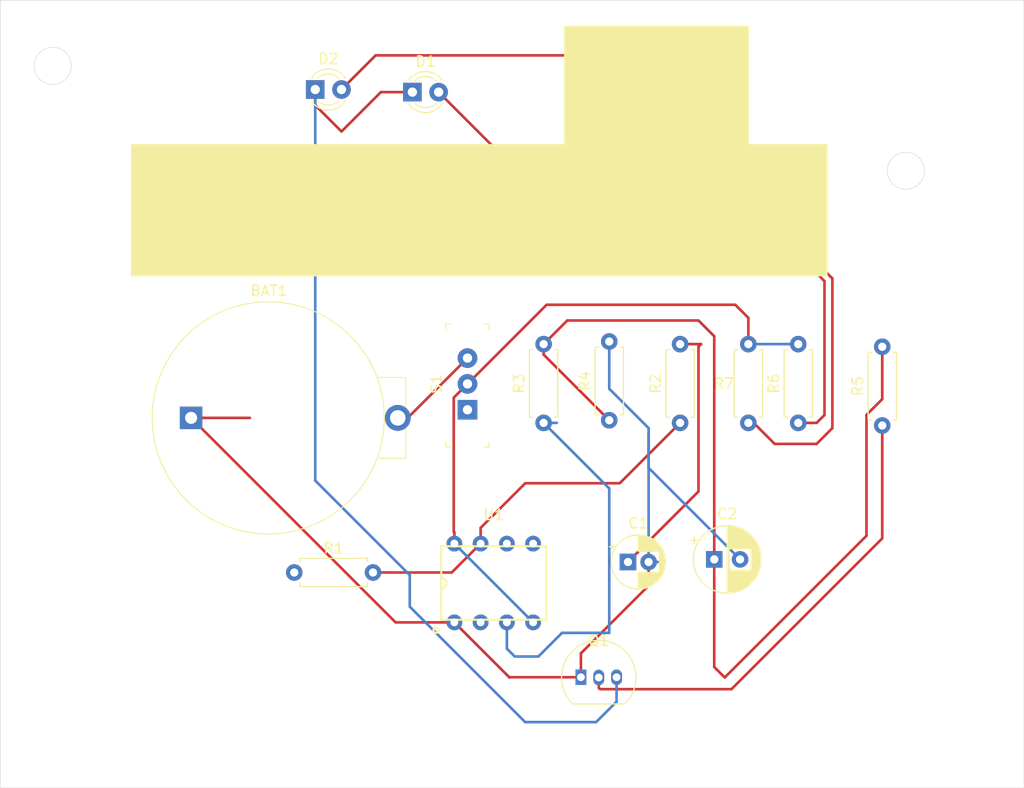
<source format=kicad_pcb>
(kicad_pcb (version 20171130) (host pcbnew 5.1.4+dfsg1-1)

  (general
    (thickness 1.6)
    (drawings 9)
    (tracks 91)
    (zones 0)
    (modules 15)
    (nets 17)
  )

  (page A4)
  (title_block
    (title "555 Badge")
    (date 2019-08-20)
    (rev v01)
    (company "Team Of Programmers, LLC.")
    (comment 2 creativecommons.org/licenses/by/4.0)
    (comment 3 "License: CC BY 4.0")
    (comment 4 "Author: Devon Dieffenbach (ShiftyBit)")
  )

  (layers
    (0 F.Cu signal)
    (31 B.Cu signal)
    (32 B.Adhes user hide)
    (33 F.Adhes user hide)
    (34 B.Paste user hide)
    (35 F.Paste user)
    (36 B.SilkS user hide)
    (37 F.SilkS user)
    (38 B.Mask user hide)
    (39 F.Mask user)
    (40 Dwgs.User user hide)
    (41 Cmts.User user hide)
    (42 Eco1.User user hide)
    (43 Eco2.User user hide)
    (44 Edge.Cuts user)
    (45 Margin user hide)
    (46 B.CrtYd user hide)
    (47 F.CrtYd user)
    (48 B.Fab user hide)
    (49 F.Fab user)
  )

  (setup
    (last_trace_width 0.254)
    (trace_clearance 0.254)
    (zone_clearance 0.508)
    (zone_45_only no)
    (trace_min 0.2)
    (via_size 0.762)
    (via_drill 0.381)
    (via_min_size 0.6858)
    (via_min_drill 0.3302)
    (uvia_size 0.6858)
    (uvia_drill 0.3302)
    (uvias_allowed no)
    (uvia_min_size 0.6858)
    (uvia_min_drill 0.3302)
    (edge_width 0.05)
    (segment_width 0.2)
    (pcb_text_width 0.3)
    (pcb_text_size 1.5 1.5)
    (mod_edge_width 0.12)
    (mod_text_size 1 1)
    (mod_text_width 0.15)
    (pad_size 1.524 1.524)
    (pad_drill 0.762)
    (pad_to_mask_clearance 0.051)
    (solder_mask_min_width 0.25)
    (aux_axis_origin 0 0)
    (visible_elements FFFFFF7F)
    (pcbplotparams
      (layerselection 0x010f0_ffffffff)
      (usegerberextensions true)
      (usegerberattributes false)
      (usegerberadvancedattributes false)
      (creategerberjobfile false)
      (excludeedgelayer true)
      (linewidth 0.100000)
      (plotframeref false)
      (viasonmask false)
      (mode 1)
      (useauxorigin false)
      (hpglpennumber 1)
      (hpglpenspeed 20)
      (hpglpendiameter 15.000000)
      (psnegative false)
      (psa4output false)
      (plotreference true)
      (plotvalue true)
      (plotinvisibletext false)
      (padsonsilk false)
      (subtractmaskfromsilk false)
      (outputformat 1)
      (mirror false)
      (drillshape 0)
      (scaleselection 1)
      (outputdirectory "drills"))
  )

  (net 0 "")
  (net 1 GND)
  (net 2 "Net-(BAT1-PadPos)")
  (net 3 "Net-(C1-Pad1)")
  (net 4 "Net-(C2-Pad1)")
  (net 5 "Net-(D1-Pad1)")
  (net 6 "Net-(D1-Pad2)")
  (net 7 "Net-(D2-Pad2)")
  (net 8 "Net-(Q1-Pad2)")
  (net 9 "Net-(R1-Pad1)")
  (net 10 "Net-(R1-Pad2)")
  (net 11 "Net-(R3-Pad1)")
  (net 12 VCC)
  (net 13 "Net-(S1-Pad1)")
  (net 14 "Net-(U1-Pad2)")
  (net 15 "Net-(U1-Pad5)")
  (net 16 "Net-(U1-Pad6)")

  (net_class Default "This is the default net class."
    (clearance 0.254)
    (trace_width 0.254)
    (via_dia 0.762)
    (via_drill 0.381)
    (uvia_dia 0.6858)
    (uvia_drill 0.3302)
    (add_net GND)
    (add_net "Net-(BAT1-PadPos)")
    (add_net "Net-(C1-Pad1)")
    (add_net "Net-(C2-Pad1)")
    (add_net "Net-(D1-Pad1)")
    (add_net "Net-(D1-Pad2)")
    (add_net "Net-(D2-Pad2)")
    (add_net "Net-(Q1-Pad2)")
    (add_net "Net-(R1-Pad1)")
    (add_net "Net-(R1-Pad2)")
    (add_net "Net-(R3-Pad1)")
    (add_net "Net-(S1-Pad1)")
    (add_net "Net-(U1-Pad2)")
    (add_net "Net-(U1-Pad5)")
    (add_net "Net-(U1-Pad6)")
    (add_net VCC)
  )

  (module hello_world:TO-92_Inline_fixed (layer F.Cu) (tedit 5D67E6E2) (tstamp 5D5CB998)
    (at 168.402 130.302)
    (descr "TO-92 leads in-line, narrow, oval pads, drill 0.75mm (see NXP sot054_po.pdf)")
    (tags "to-92 sc-43 sc-43a sot54 PA33 transistor")
    (path /5D5A4575)
    (fp_text reference Q1 (at 1.27 -3.56) (layer F.SilkS)
      (effects (font (size 1 1) (thickness 0.15)))
    )
    (fp_text value 2N3904 (at 1.27 2.79) (layer F.Fab)
      (effects (font (size 1 1) (thickness 0.15)))
    )
    (fp_text user %R (at 1.27 -3.56) (layer F.Fab)
      (effects (font (size 1 1) (thickness 0.15)))
    )
    (fp_line (start -1.24 2.56) (end 3.8 2.56) (layer F.SilkS) (width 0.12))
    (fp_line (start -1.19 2.46) (end 3.7 2.46) (layer F.Fab) (width 0.1))
    (fp_line (start -1.46 -2.73) (end 4 -2.73) (layer F.CrtYd) (width 0.05))
    (fp_line (start -1.46 -2.73) (end -1.46 2.01) (layer F.CrtYd) (width 0.05))
    (fp_line (start 4 2.01) (end 4 -2.73) (layer F.CrtYd) (width 0.05))
    (fp_line (start 4 2.01) (end -1.46 2.01) (layer F.CrtYd) (width 0.05))
    (fp_arc (start 1.27 0) (end 1.27 -3.48) (angle 135) (layer F.Fab) (width 0.1))
    (fp_arc (start 1.27 0) (end 1.27 -3.6) (angle -135) (layer F.SilkS) (width 0.12))
    (fp_arc (start 1.27 0) (end 1.27 -3.48) (angle -135) (layer F.Fab) (width 0.1))
    (fp_arc (start 1.27 0) (end 1.27 -3.6) (angle 135) (layer F.SilkS) (width 0.12))
    (pad 2 thru_hole oval (at 1.27 0) (size 1.05 1.5) (drill 0.75) (layers *.Cu *.Mask)
      (net 8 "Net-(Q1-Pad2)"))
    (pad 3 thru_hole oval (at 2.9972 -0.0254) (size 1.05 1.5) (drill 0.75) (layers *.Cu *.Mask)
      (net 5 "Net-(D1-Pad1)"))
    (pad 1 thru_hole rect (at -0.4572 -0.0254) (size 1.05 1.5) (drill 0.75) (layers *.Cu *.Mask)
      (net 1 GND))
    (model ${KISYS3DMOD}/Package_TO_SOT_THT.3dshapes/TO-92_Inline.wrl
      (at (xyz 0 0 0))
      (scale (xyz 1 1 1))
      (rotate (xyz 0 0 0))
    )
  )

  (module digikey-footprints:Battery_Holder_Coin_2032_BS-7 (layer F.Cu) (tedit 5ACD0859) (tstamp 5D5CA8BF)
    (at 130.225401 105.181001)
    (descr http://www.memoryprotectiondevices.com/datasheets/BS-7-datasheet.pdf)
    (path /5D5A9651)
    (fp_text reference BAT1 (at 7.52856 -12.3063) (layer F.SilkS)
      (effects (font (size 1 1) (thickness 0.15)))
    )
    (fp_text value BS-7 (at 7.4676 13.56) (layer F.Fab)
      (effects (font (size 1 1) (thickness 0.15)))
    )
    (fp_circle (center 7.4676 0) (end -3.7084 0) (layer F.Fab) (width 0.1))
    (fp_circle (center 7.4676 0) (end -3.7592 0) (layer F.SilkS) (width 0.1))
    (fp_text user %R (at 7.4676 0) (layer F.Fab)
      (effects (font (size 1 1) (thickness 0.15)))
    )
    (fp_line (start 17.9832 -3.81) (end 20.6756 -3.81) (layer F.Fab) (width 0.1))
    (fp_line (start 17.9832 3.81) (end 20.6756 3.81) (layer F.Fab) (width 0.1))
    (fp_line (start 20.6756 -3.81) (end 20.6756 3.81) (layer F.Fab) (width 0.1))
    (fp_line (start 18.034 -3.9116) (end 20.7772 -3.9116) (layer F.SilkS) (width 0.1))
    (fp_line (start 18.034 3.9116) (end 20.7772 3.9116) (layer F.SilkS) (width 0.1))
    (fp_line (start 20.7772 -3.9116) (end 20.7772 -1.0668) (layer F.SilkS) (width 0.1))
    (fp_line (start 20.7772 3.9116) (end 20.7772 1.0668) (layer F.SilkS) (width 0.1))
    (fp_line (start -3.9624 -11.43) (end -3.9624 11.43) (layer F.CrtYd) (width 0.05))
    (fp_line (start 21.5138 -11.43) (end 21.5138 11.43) (layer F.CrtYd) (width 0.05))
    (fp_line (start -3.9624 -11.43) (end 21.5138 -11.43) (layer F.CrtYd) (width 0.05))
    (fp_line (start -3.9624 11.43) (end 21.5138 11.43) (layer F.CrtYd) (width 0.05))
    (pad Pos thru_hole circle (at 20 0) (size 2.5 2.5) (drill 1.5) (layers *.Cu *.Mask)
      (net 2 "Net-(BAT1-PadPos)"))
    (pad Neg thru_hole rect (at 0 0) (size 2.17 2.17) (drill 1.17) (layers *.Cu *.Mask)
      (net 1 GND))
  )

  (module Capacitor_THT:CP_Radial_D5.0mm_P2.00mm (layer F.Cu) (tedit 5AE50EF0) (tstamp 5D5CA942)
    (at 172.498 119.126)
    (descr "CP, Radial series, Radial, pin pitch=2.00mm, , diameter=5mm, Electrolytic Capacitor")
    (tags "CP Radial series Radial pin pitch 2.00mm  diameter 5mm Electrolytic Capacitor")
    (path /5D59EEA1)
    (fp_text reference C1 (at 1 -3.75) (layer F.SilkS)
      (effects (font (size 1 1) (thickness 0.15)))
    )
    (fp_text value 10uF (at 1 3.75) (layer F.Fab)
      (effects (font (size 1 1) (thickness 0.15)))
    )
    (fp_text user %R (at 1 0) (layer F.Fab)
      (effects (font (size 1 1) (thickness 0.15)))
    )
    (fp_line (start -1.554775 -1.725) (end -1.554775 -1.225) (layer F.SilkS) (width 0.12))
    (fp_line (start -1.804775 -1.475) (end -1.304775 -1.475) (layer F.SilkS) (width 0.12))
    (fp_line (start 3.601 -0.284) (end 3.601 0.284) (layer F.SilkS) (width 0.12))
    (fp_line (start 3.561 -0.518) (end 3.561 0.518) (layer F.SilkS) (width 0.12))
    (fp_line (start 3.521 -0.677) (end 3.521 0.677) (layer F.SilkS) (width 0.12))
    (fp_line (start 3.481 -0.805) (end 3.481 0.805) (layer F.SilkS) (width 0.12))
    (fp_line (start 3.441 -0.915) (end 3.441 0.915) (layer F.SilkS) (width 0.12))
    (fp_line (start 3.401 -1.011) (end 3.401 1.011) (layer F.SilkS) (width 0.12))
    (fp_line (start 3.361 -1.098) (end 3.361 1.098) (layer F.SilkS) (width 0.12))
    (fp_line (start 3.321 -1.178) (end 3.321 1.178) (layer F.SilkS) (width 0.12))
    (fp_line (start 3.281 -1.251) (end 3.281 1.251) (layer F.SilkS) (width 0.12))
    (fp_line (start 3.241 -1.319) (end 3.241 1.319) (layer F.SilkS) (width 0.12))
    (fp_line (start 3.201 -1.383) (end 3.201 1.383) (layer F.SilkS) (width 0.12))
    (fp_line (start 3.161 -1.443) (end 3.161 1.443) (layer F.SilkS) (width 0.12))
    (fp_line (start 3.121 -1.5) (end 3.121 1.5) (layer F.SilkS) (width 0.12))
    (fp_line (start 3.081 -1.554) (end 3.081 1.554) (layer F.SilkS) (width 0.12))
    (fp_line (start 3.041 -1.605) (end 3.041 1.605) (layer F.SilkS) (width 0.12))
    (fp_line (start 3.001 1.04) (end 3.001 1.653) (layer F.SilkS) (width 0.12))
    (fp_line (start 3.001 -1.653) (end 3.001 -1.04) (layer F.SilkS) (width 0.12))
    (fp_line (start 2.961 1.04) (end 2.961 1.699) (layer F.SilkS) (width 0.12))
    (fp_line (start 2.961 -1.699) (end 2.961 -1.04) (layer F.SilkS) (width 0.12))
    (fp_line (start 2.921 1.04) (end 2.921 1.743) (layer F.SilkS) (width 0.12))
    (fp_line (start 2.921 -1.743) (end 2.921 -1.04) (layer F.SilkS) (width 0.12))
    (fp_line (start 2.881 1.04) (end 2.881 1.785) (layer F.SilkS) (width 0.12))
    (fp_line (start 2.881 -1.785) (end 2.881 -1.04) (layer F.SilkS) (width 0.12))
    (fp_line (start 2.841 1.04) (end 2.841 1.826) (layer F.SilkS) (width 0.12))
    (fp_line (start 2.841 -1.826) (end 2.841 -1.04) (layer F.SilkS) (width 0.12))
    (fp_line (start 2.801 1.04) (end 2.801 1.864) (layer F.SilkS) (width 0.12))
    (fp_line (start 2.801 -1.864) (end 2.801 -1.04) (layer F.SilkS) (width 0.12))
    (fp_line (start 2.761 1.04) (end 2.761 1.901) (layer F.SilkS) (width 0.12))
    (fp_line (start 2.761 -1.901) (end 2.761 -1.04) (layer F.SilkS) (width 0.12))
    (fp_line (start 2.721 1.04) (end 2.721 1.937) (layer F.SilkS) (width 0.12))
    (fp_line (start 2.721 -1.937) (end 2.721 -1.04) (layer F.SilkS) (width 0.12))
    (fp_line (start 2.681 1.04) (end 2.681 1.971) (layer F.SilkS) (width 0.12))
    (fp_line (start 2.681 -1.971) (end 2.681 -1.04) (layer F.SilkS) (width 0.12))
    (fp_line (start 2.641 1.04) (end 2.641 2.004) (layer F.SilkS) (width 0.12))
    (fp_line (start 2.641 -2.004) (end 2.641 -1.04) (layer F.SilkS) (width 0.12))
    (fp_line (start 2.601 1.04) (end 2.601 2.035) (layer F.SilkS) (width 0.12))
    (fp_line (start 2.601 -2.035) (end 2.601 -1.04) (layer F.SilkS) (width 0.12))
    (fp_line (start 2.561 1.04) (end 2.561 2.065) (layer F.SilkS) (width 0.12))
    (fp_line (start 2.561 -2.065) (end 2.561 -1.04) (layer F.SilkS) (width 0.12))
    (fp_line (start 2.521 1.04) (end 2.521 2.095) (layer F.SilkS) (width 0.12))
    (fp_line (start 2.521 -2.095) (end 2.521 -1.04) (layer F.SilkS) (width 0.12))
    (fp_line (start 2.481 1.04) (end 2.481 2.122) (layer F.SilkS) (width 0.12))
    (fp_line (start 2.481 -2.122) (end 2.481 -1.04) (layer F.SilkS) (width 0.12))
    (fp_line (start 2.441 1.04) (end 2.441 2.149) (layer F.SilkS) (width 0.12))
    (fp_line (start 2.441 -2.149) (end 2.441 -1.04) (layer F.SilkS) (width 0.12))
    (fp_line (start 2.401 1.04) (end 2.401 2.175) (layer F.SilkS) (width 0.12))
    (fp_line (start 2.401 -2.175) (end 2.401 -1.04) (layer F.SilkS) (width 0.12))
    (fp_line (start 2.361 1.04) (end 2.361 2.2) (layer F.SilkS) (width 0.12))
    (fp_line (start 2.361 -2.2) (end 2.361 -1.04) (layer F.SilkS) (width 0.12))
    (fp_line (start 2.321 1.04) (end 2.321 2.224) (layer F.SilkS) (width 0.12))
    (fp_line (start 2.321 -2.224) (end 2.321 -1.04) (layer F.SilkS) (width 0.12))
    (fp_line (start 2.281 1.04) (end 2.281 2.247) (layer F.SilkS) (width 0.12))
    (fp_line (start 2.281 -2.247) (end 2.281 -1.04) (layer F.SilkS) (width 0.12))
    (fp_line (start 2.241 1.04) (end 2.241 2.268) (layer F.SilkS) (width 0.12))
    (fp_line (start 2.241 -2.268) (end 2.241 -1.04) (layer F.SilkS) (width 0.12))
    (fp_line (start 2.201 1.04) (end 2.201 2.29) (layer F.SilkS) (width 0.12))
    (fp_line (start 2.201 -2.29) (end 2.201 -1.04) (layer F.SilkS) (width 0.12))
    (fp_line (start 2.161 1.04) (end 2.161 2.31) (layer F.SilkS) (width 0.12))
    (fp_line (start 2.161 -2.31) (end 2.161 -1.04) (layer F.SilkS) (width 0.12))
    (fp_line (start 2.121 1.04) (end 2.121 2.329) (layer F.SilkS) (width 0.12))
    (fp_line (start 2.121 -2.329) (end 2.121 -1.04) (layer F.SilkS) (width 0.12))
    (fp_line (start 2.081 1.04) (end 2.081 2.348) (layer F.SilkS) (width 0.12))
    (fp_line (start 2.081 -2.348) (end 2.081 -1.04) (layer F.SilkS) (width 0.12))
    (fp_line (start 2.041 1.04) (end 2.041 2.365) (layer F.SilkS) (width 0.12))
    (fp_line (start 2.041 -2.365) (end 2.041 -1.04) (layer F.SilkS) (width 0.12))
    (fp_line (start 2.001 1.04) (end 2.001 2.382) (layer F.SilkS) (width 0.12))
    (fp_line (start 2.001 -2.382) (end 2.001 -1.04) (layer F.SilkS) (width 0.12))
    (fp_line (start 1.961 1.04) (end 1.961 2.398) (layer F.SilkS) (width 0.12))
    (fp_line (start 1.961 -2.398) (end 1.961 -1.04) (layer F.SilkS) (width 0.12))
    (fp_line (start 1.921 1.04) (end 1.921 2.414) (layer F.SilkS) (width 0.12))
    (fp_line (start 1.921 -2.414) (end 1.921 -1.04) (layer F.SilkS) (width 0.12))
    (fp_line (start 1.881 1.04) (end 1.881 2.428) (layer F.SilkS) (width 0.12))
    (fp_line (start 1.881 -2.428) (end 1.881 -1.04) (layer F.SilkS) (width 0.12))
    (fp_line (start 1.841 1.04) (end 1.841 2.442) (layer F.SilkS) (width 0.12))
    (fp_line (start 1.841 -2.442) (end 1.841 -1.04) (layer F.SilkS) (width 0.12))
    (fp_line (start 1.801 1.04) (end 1.801 2.455) (layer F.SilkS) (width 0.12))
    (fp_line (start 1.801 -2.455) (end 1.801 -1.04) (layer F.SilkS) (width 0.12))
    (fp_line (start 1.761 1.04) (end 1.761 2.468) (layer F.SilkS) (width 0.12))
    (fp_line (start 1.761 -2.468) (end 1.761 -1.04) (layer F.SilkS) (width 0.12))
    (fp_line (start 1.721 1.04) (end 1.721 2.48) (layer F.SilkS) (width 0.12))
    (fp_line (start 1.721 -2.48) (end 1.721 -1.04) (layer F.SilkS) (width 0.12))
    (fp_line (start 1.68 1.04) (end 1.68 2.491) (layer F.SilkS) (width 0.12))
    (fp_line (start 1.68 -2.491) (end 1.68 -1.04) (layer F.SilkS) (width 0.12))
    (fp_line (start 1.64 1.04) (end 1.64 2.501) (layer F.SilkS) (width 0.12))
    (fp_line (start 1.64 -2.501) (end 1.64 -1.04) (layer F.SilkS) (width 0.12))
    (fp_line (start 1.6 1.04) (end 1.6 2.511) (layer F.SilkS) (width 0.12))
    (fp_line (start 1.6 -2.511) (end 1.6 -1.04) (layer F.SilkS) (width 0.12))
    (fp_line (start 1.56 1.04) (end 1.56 2.52) (layer F.SilkS) (width 0.12))
    (fp_line (start 1.56 -2.52) (end 1.56 -1.04) (layer F.SilkS) (width 0.12))
    (fp_line (start 1.52 1.04) (end 1.52 2.528) (layer F.SilkS) (width 0.12))
    (fp_line (start 1.52 -2.528) (end 1.52 -1.04) (layer F.SilkS) (width 0.12))
    (fp_line (start 1.48 1.04) (end 1.48 2.536) (layer F.SilkS) (width 0.12))
    (fp_line (start 1.48 -2.536) (end 1.48 -1.04) (layer F.SilkS) (width 0.12))
    (fp_line (start 1.44 1.04) (end 1.44 2.543) (layer F.SilkS) (width 0.12))
    (fp_line (start 1.44 -2.543) (end 1.44 -1.04) (layer F.SilkS) (width 0.12))
    (fp_line (start 1.4 1.04) (end 1.4 2.55) (layer F.SilkS) (width 0.12))
    (fp_line (start 1.4 -2.55) (end 1.4 -1.04) (layer F.SilkS) (width 0.12))
    (fp_line (start 1.36 1.04) (end 1.36 2.556) (layer F.SilkS) (width 0.12))
    (fp_line (start 1.36 -2.556) (end 1.36 -1.04) (layer F.SilkS) (width 0.12))
    (fp_line (start 1.32 1.04) (end 1.32 2.561) (layer F.SilkS) (width 0.12))
    (fp_line (start 1.32 -2.561) (end 1.32 -1.04) (layer F.SilkS) (width 0.12))
    (fp_line (start 1.28 1.04) (end 1.28 2.565) (layer F.SilkS) (width 0.12))
    (fp_line (start 1.28 -2.565) (end 1.28 -1.04) (layer F.SilkS) (width 0.12))
    (fp_line (start 1.24 1.04) (end 1.24 2.569) (layer F.SilkS) (width 0.12))
    (fp_line (start 1.24 -2.569) (end 1.24 -1.04) (layer F.SilkS) (width 0.12))
    (fp_line (start 1.2 1.04) (end 1.2 2.573) (layer F.SilkS) (width 0.12))
    (fp_line (start 1.2 -2.573) (end 1.2 -1.04) (layer F.SilkS) (width 0.12))
    (fp_line (start 1.16 1.04) (end 1.16 2.576) (layer F.SilkS) (width 0.12))
    (fp_line (start 1.16 -2.576) (end 1.16 -1.04) (layer F.SilkS) (width 0.12))
    (fp_line (start 1.12 1.04) (end 1.12 2.578) (layer F.SilkS) (width 0.12))
    (fp_line (start 1.12 -2.578) (end 1.12 -1.04) (layer F.SilkS) (width 0.12))
    (fp_line (start 1.08 1.04) (end 1.08 2.579) (layer F.SilkS) (width 0.12))
    (fp_line (start 1.08 -2.579) (end 1.08 -1.04) (layer F.SilkS) (width 0.12))
    (fp_line (start 1.04 -2.58) (end 1.04 -1.04) (layer F.SilkS) (width 0.12))
    (fp_line (start 1.04 1.04) (end 1.04 2.58) (layer F.SilkS) (width 0.12))
    (fp_line (start 1 -2.58) (end 1 -1.04) (layer F.SilkS) (width 0.12))
    (fp_line (start 1 1.04) (end 1 2.58) (layer F.SilkS) (width 0.12))
    (fp_line (start -0.883605 -1.3375) (end -0.883605 -0.8375) (layer F.Fab) (width 0.1))
    (fp_line (start -1.133605 -1.0875) (end -0.633605 -1.0875) (layer F.Fab) (width 0.1))
    (fp_circle (center 1 0) (end 3.75 0) (layer F.CrtYd) (width 0.05))
    (fp_circle (center 1 0) (end 3.62 0) (layer F.SilkS) (width 0.12))
    (fp_circle (center 1 0) (end 3.5 0) (layer F.Fab) (width 0.1))
    (pad 2 thru_hole circle (at 2 0) (size 1.6 1.6) (drill 0.8) (layers *.Cu *.Mask)
      (net 1 GND))
    (pad 1 thru_hole rect (at 0 0) (size 1.6 1.6) (drill 0.8) (layers *.Cu *.Mask)
      (net 3 "Net-(C1-Pad1)"))
    (model ${KISYS3DMOD}/Capacitor_THT.3dshapes/CP_Radial_D5.0mm_P2.00mm.wrl
      (at (xyz 0 0 0))
      (scale (xyz 1 1 1))
      (rotate (xyz 0 0 0))
    )
  )

  (module Capacitor_THT:CP_Radial_D6.3mm_P2.50mm (layer F.Cu) (tedit 5AE50EF0) (tstamp 5D5CB413)
    (at 180.848 118.872)
    (descr "CP, Radial series, Radial, pin pitch=2.50mm, , diameter=6.3mm, Electrolytic Capacitor")
    (tags "CP Radial series Radial pin pitch 2.50mm  diameter 6.3mm Electrolytic Capacitor")
    (path /5D59FB65)
    (fp_text reference C2 (at 1.25 -4.4) (layer F.SilkS)
      (effects (font (size 1 1) (thickness 0.15)))
    )
    (fp_text value 100uF (at 1.25 4.4) (layer F.Fab)
      (effects (font (size 1 1) (thickness 0.15)))
    )
    (fp_text user %R (at 1.25 0) (layer F.Fab)
      (effects (font (size 1 1) (thickness 0.15)))
    )
    (fp_line (start -1.935241 -2.154) (end -1.935241 -1.524) (layer F.SilkS) (width 0.12))
    (fp_line (start -2.250241 -1.839) (end -1.620241 -1.839) (layer F.SilkS) (width 0.12))
    (fp_line (start 4.491 -0.402) (end 4.491 0.402) (layer F.SilkS) (width 0.12))
    (fp_line (start 4.451 -0.633) (end 4.451 0.633) (layer F.SilkS) (width 0.12))
    (fp_line (start 4.411 -0.802) (end 4.411 0.802) (layer F.SilkS) (width 0.12))
    (fp_line (start 4.371 -0.94) (end 4.371 0.94) (layer F.SilkS) (width 0.12))
    (fp_line (start 4.331 -1.059) (end 4.331 1.059) (layer F.SilkS) (width 0.12))
    (fp_line (start 4.291 -1.165) (end 4.291 1.165) (layer F.SilkS) (width 0.12))
    (fp_line (start 4.251 -1.262) (end 4.251 1.262) (layer F.SilkS) (width 0.12))
    (fp_line (start 4.211 -1.35) (end 4.211 1.35) (layer F.SilkS) (width 0.12))
    (fp_line (start 4.171 -1.432) (end 4.171 1.432) (layer F.SilkS) (width 0.12))
    (fp_line (start 4.131 -1.509) (end 4.131 1.509) (layer F.SilkS) (width 0.12))
    (fp_line (start 4.091 -1.581) (end 4.091 1.581) (layer F.SilkS) (width 0.12))
    (fp_line (start 4.051 -1.65) (end 4.051 1.65) (layer F.SilkS) (width 0.12))
    (fp_line (start 4.011 -1.714) (end 4.011 1.714) (layer F.SilkS) (width 0.12))
    (fp_line (start 3.971 -1.776) (end 3.971 1.776) (layer F.SilkS) (width 0.12))
    (fp_line (start 3.931 -1.834) (end 3.931 1.834) (layer F.SilkS) (width 0.12))
    (fp_line (start 3.891 -1.89) (end 3.891 1.89) (layer F.SilkS) (width 0.12))
    (fp_line (start 3.851 -1.944) (end 3.851 1.944) (layer F.SilkS) (width 0.12))
    (fp_line (start 3.811 -1.995) (end 3.811 1.995) (layer F.SilkS) (width 0.12))
    (fp_line (start 3.771 -2.044) (end 3.771 2.044) (layer F.SilkS) (width 0.12))
    (fp_line (start 3.731 -2.092) (end 3.731 2.092) (layer F.SilkS) (width 0.12))
    (fp_line (start 3.691 -2.137) (end 3.691 2.137) (layer F.SilkS) (width 0.12))
    (fp_line (start 3.651 -2.182) (end 3.651 2.182) (layer F.SilkS) (width 0.12))
    (fp_line (start 3.611 -2.224) (end 3.611 2.224) (layer F.SilkS) (width 0.12))
    (fp_line (start 3.571 -2.265) (end 3.571 2.265) (layer F.SilkS) (width 0.12))
    (fp_line (start 3.531 1.04) (end 3.531 2.305) (layer F.SilkS) (width 0.12))
    (fp_line (start 3.531 -2.305) (end 3.531 -1.04) (layer F.SilkS) (width 0.12))
    (fp_line (start 3.491 1.04) (end 3.491 2.343) (layer F.SilkS) (width 0.12))
    (fp_line (start 3.491 -2.343) (end 3.491 -1.04) (layer F.SilkS) (width 0.12))
    (fp_line (start 3.451 1.04) (end 3.451 2.38) (layer F.SilkS) (width 0.12))
    (fp_line (start 3.451 -2.38) (end 3.451 -1.04) (layer F.SilkS) (width 0.12))
    (fp_line (start 3.411 1.04) (end 3.411 2.416) (layer F.SilkS) (width 0.12))
    (fp_line (start 3.411 -2.416) (end 3.411 -1.04) (layer F.SilkS) (width 0.12))
    (fp_line (start 3.371 1.04) (end 3.371 2.45) (layer F.SilkS) (width 0.12))
    (fp_line (start 3.371 -2.45) (end 3.371 -1.04) (layer F.SilkS) (width 0.12))
    (fp_line (start 3.331 1.04) (end 3.331 2.484) (layer F.SilkS) (width 0.12))
    (fp_line (start 3.331 -2.484) (end 3.331 -1.04) (layer F.SilkS) (width 0.12))
    (fp_line (start 3.291 1.04) (end 3.291 2.516) (layer F.SilkS) (width 0.12))
    (fp_line (start 3.291 -2.516) (end 3.291 -1.04) (layer F.SilkS) (width 0.12))
    (fp_line (start 3.251 1.04) (end 3.251 2.548) (layer F.SilkS) (width 0.12))
    (fp_line (start 3.251 -2.548) (end 3.251 -1.04) (layer F.SilkS) (width 0.12))
    (fp_line (start 3.211 1.04) (end 3.211 2.578) (layer F.SilkS) (width 0.12))
    (fp_line (start 3.211 -2.578) (end 3.211 -1.04) (layer F.SilkS) (width 0.12))
    (fp_line (start 3.171 1.04) (end 3.171 2.607) (layer F.SilkS) (width 0.12))
    (fp_line (start 3.171 -2.607) (end 3.171 -1.04) (layer F.SilkS) (width 0.12))
    (fp_line (start 3.131 1.04) (end 3.131 2.636) (layer F.SilkS) (width 0.12))
    (fp_line (start 3.131 -2.636) (end 3.131 -1.04) (layer F.SilkS) (width 0.12))
    (fp_line (start 3.091 1.04) (end 3.091 2.664) (layer F.SilkS) (width 0.12))
    (fp_line (start 3.091 -2.664) (end 3.091 -1.04) (layer F.SilkS) (width 0.12))
    (fp_line (start 3.051 1.04) (end 3.051 2.69) (layer F.SilkS) (width 0.12))
    (fp_line (start 3.051 -2.69) (end 3.051 -1.04) (layer F.SilkS) (width 0.12))
    (fp_line (start 3.011 1.04) (end 3.011 2.716) (layer F.SilkS) (width 0.12))
    (fp_line (start 3.011 -2.716) (end 3.011 -1.04) (layer F.SilkS) (width 0.12))
    (fp_line (start 2.971 1.04) (end 2.971 2.742) (layer F.SilkS) (width 0.12))
    (fp_line (start 2.971 -2.742) (end 2.971 -1.04) (layer F.SilkS) (width 0.12))
    (fp_line (start 2.931 1.04) (end 2.931 2.766) (layer F.SilkS) (width 0.12))
    (fp_line (start 2.931 -2.766) (end 2.931 -1.04) (layer F.SilkS) (width 0.12))
    (fp_line (start 2.891 1.04) (end 2.891 2.79) (layer F.SilkS) (width 0.12))
    (fp_line (start 2.891 -2.79) (end 2.891 -1.04) (layer F.SilkS) (width 0.12))
    (fp_line (start 2.851 1.04) (end 2.851 2.812) (layer F.SilkS) (width 0.12))
    (fp_line (start 2.851 -2.812) (end 2.851 -1.04) (layer F.SilkS) (width 0.12))
    (fp_line (start 2.811 1.04) (end 2.811 2.834) (layer F.SilkS) (width 0.12))
    (fp_line (start 2.811 -2.834) (end 2.811 -1.04) (layer F.SilkS) (width 0.12))
    (fp_line (start 2.771 1.04) (end 2.771 2.856) (layer F.SilkS) (width 0.12))
    (fp_line (start 2.771 -2.856) (end 2.771 -1.04) (layer F.SilkS) (width 0.12))
    (fp_line (start 2.731 1.04) (end 2.731 2.876) (layer F.SilkS) (width 0.12))
    (fp_line (start 2.731 -2.876) (end 2.731 -1.04) (layer F.SilkS) (width 0.12))
    (fp_line (start 2.691 1.04) (end 2.691 2.896) (layer F.SilkS) (width 0.12))
    (fp_line (start 2.691 -2.896) (end 2.691 -1.04) (layer F.SilkS) (width 0.12))
    (fp_line (start 2.651 1.04) (end 2.651 2.916) (layer F.SilkS) (width 0.12))
    (fp_line (start 2.651 -2.916) (end 2.651 -1.04) (layer F.SilkS) (width 0.12))
    (fp_line (start 2.611 1.04) (end 2.611 2.934) (layer F.SilkS) (width 0.12))
    (fp_line (start 2.611 -2.934) (end 2.611 -1.04) (layer F.SilkS) (width 0.12))
    (fp_line (start 2.571 1.04) (end 2.571 2.952) (layer F.SilkS) (width 0.12))
    (fp_line (start 2.571 -2.952) (end 2.571 -1.04) (layer F.SilkS) (width 0.12))
    (fp_line (start 2.531 1.04) (end 2.531 2.97) (layer F.SilkS) (width 0.12))
    (fp_line (start 2.531 -2.97) (end 2.531 -1.04) (layer F.SilkS) (width 0.12))
    (fp_line (start 2.491 1.04) (end 2.491 2.986) (layer F.SilkS) (width 0.12))
    (fp_line (start 2.491 -2.986) (end 2.491 -1.04) (layer F.SilkS) (width 0.12))
    (fp_line (start 2.451 1.04) (end 2.451 3.002) (layer F.SilkS) (width 0.12))
    (fp_line (start 2.451 -3.002) (end 2.451 -1.04) (layer F.SilkS) (width 0.12))
    (fp_line (start 2.411 1.04) (end 2.411 3.018) (layer F.SilkS) (width 0.12))
    (fp_line (start 2.411 -3.018) (end 2.411 -1.04) (layer F.SilkS) (width 0.12))
    (fp_line (start 2.371 1.04) (end 2.371 3.033) (layer F.SilkS) (width 0.12))
    (fp_line (start 2.371 -3.033) (end 2.371 -1.04) (layer F.SilkS) (width 0.12))
    (fp_line (start 2.331 1.04) (end 2.331 3.047) (layer F.SilkS) (width 0.12))
    (fp_line (start 2.331 -3.047) (end 2.331 -1.04) (layer F.SilkS) (width 0.12))
    (fp_line (start 2.291 1.04) (end 2.291 3.061) (layer F.SilkS) (width 0.12))
    (fp_line (start 2.291 -3.061) (end 2.291 -1.04) (layer F.SilkS) (width 0.12))
    (fp_line (start 2.251 1.04) (end 2.251 3.074) (layer F.SilkS) (width 0.12))
    (fp_line (start 2.251 -3.074) (end 2.251 -1.04) (layer F.SilkS) (width 0.12))
    (fp_line (start 2.211 1.04) (end 2.211 3.086) (layer F.SilkS) (width 0.12))
    (fp_line (start 2.211 -3.086) (end 2.211 -1.04) (layer F.SilkS) (width 0.12))
    (fp_line (start 2.171 1.04) (end 2.171 3.098) (layer F.SilkS) (width 0.12))
    (fp_line (start 2.171 -3.098) (end 2.171 -1.04) (layer F.SilkS) (width 0.12))
    (fp_line (start 2.131 1.04) (end 2.131 3.11) (layer F.SilkS) (width 0.12))
    (fp_line (start 2.131 -3.11) (end 2.131 -1.04) (layer F.SilkS) (width 0.12))
    (fp_line (start 2.091 1.04) (end 2.091 3.121) (layer F.SilkS) (width 0.12))
    (fp_line (start 2.091 -3.121) (end 2.091 -1.04) (layer F.SilkS) (width 0.12))
    (fp_line (start 2.051 1.04) (end 2.051 3.131) (layer F.SilkS) (width 0.12))
    (fp_line (start 2.051 -3.131) (end 2.051 -1.04) (layer F.SilkS) (width 0.12))
    (fp_line (start 2.011 1.04) (end 2.011 3.141) (layer F.SilkS) (width 0.12))
    (fp_line (start 2.011 -3.141) (end 2.011 -1.04) (layer F.SilkS) (width 0.12))
    (fp_line (start 1.971 1.04) (end 1.971 3.15) (layer F.SilkS) (width 0.12))
    (fp_line (start 1.971 -3.15) (end 1.971 -1.04) (layer F.SilkS) (width 0.12))
    (fp_line (start 1.93 1.04) (end 1.93 3.159) (layer F.SilkS) (width 0.12))
    (fp_line (start 1.93 -3.159) (end 1.93 -1.04) (layer F.SilkS) (width 0.12))
    (fp_line (start 1.89 1.04) (end 1.89 3.167) (layer F.SilkS) (width 0.12))
    (fp_line (start 1.89 -3.167) (end 1.89 -1.04) (layer F.SilkS) (width 0.12))
    (fp_line (start 1.85 1.04) (end 1.85 3.175) (layer F.SilkS) (width 0.12))
    (fp_line (start 1.85 -3.175) (end 1.85 -1.04) (layer F.SilkS) (width 0.12))
    (fp_line (start 1.81 1.04) (end 1.81 3.182) (layer F.SilkS) (width 0.12))
    (fp_line (start 1.81 -3.182) (end 1.81 -1.04) (layer F.SilkS) (width 0.12))
    (fp_line (start 1.77 1.04) (end 1.77 3.189) (layer F.SilkS) (width 0.12))
    (fp_line (start 1.77 -3.189) (end 1.77 -1.04) (layer F.SilkS) (width 0.12))
    (fp_line (start 1.73 1.04) (end 1.73 3.195) (layer F.SilkS) (width 0.12))
    (fp_line (start 1.73 -3.195) (end 1.73 -1.04) (layer F.SilkS) (width 0.12))
    (fp_line (start 1.69 1.04) (end 1.69 3.201) (layer F.SilkS) (width 0.12))
    (fp_line (start 1.69 -3.201) (end 1.69 -1.04) (layer F.SilkS) (width 0.12))
    (fp_line (start 1.65 1.04) (end 1.65 3.206) (layer F.SilkS) (width 0.12))
    (fp_line (start 1.65 -3.206) (end 1.65 -1.04) (layer F.SilkS) (width 0.12))
    (fp_line (start 1.61 1.04) (end 1.61 3.211) (layer F.SilkS) (width 0.12))
    (fp_line (start 1.61 -3.211) (end 1.61 -1.04) (layer F.SilkS) (width 0.12))
    (fp_line (start 1.57 1.04) (end 1.57 3.215) (layer F.SilkS) (width 0.12))
    (fp_line (start 1.57 -3.215) (end 1.57 -1.04) (layer F.SilkS) (width 0.12))
    (fp_line (start 1.53 1.04) (end 1.53 3.218) (layer F.SilkS) (width 0.12))
    (fp_line (start 1.53 -3.218) (end 1.53 -1.04) (layer F.SilkS) (width 0.12))
    (fp_line (start 1.49 1.04) (end 1.49 3.222) (layer F.SilkS) (width 0.12))
    (fp_line (start 1.49 -3.222) (end 1.49 -1.04) (layer F.SilkS) (width 0.12))
    (fp_line (start 1.45 -3.224) (end 1.45 3.224) (layer F.SilkS) (width 0.12))
    (fp_line (start 1.41 -3.227) (end 1.41 3.227) (layer F.SilkS) (width 0.12))
    (fp_line (start 1.37 -3.228) (end 1.37 3.228) (layer F.SilkS) (width 0.12))
    (fp_line (start 1.33 -3.23) (end 1.33 3.23) (layer F.SilkS) (width 0.12))
    (fp_line (start 1.29 -3.23) (end 1.29 3.23) (layer F.SilkS) (width 0.12))
    (fp_line (start 1.25 -3.23) (end 1.25 3.23) (layer F.SilkS) (width 0.12))
    (fp_line (start -1.128972 -1.6885) (end -1.128972 -1.0585) (layer F.Fab) (width 0.1))
    (fp_line (start -1.443972 -1.3735) (end -0.813972 -1.3735) (layer F.Fab) (width 0.1))
    (fp_circle (center 1.25 0) (end 4.65 0) (layer F.CrtYd) (width 0.05))
    (fp_circle (center 1.25 0) (end 4.52 0) (layer F.SilkS) (width 0.12))
    (fp_circle (center 1.25 0) (end 4.4 0) (layer F.Fab) (width 0.1))
    (pad 2 thru_hole circle (at 2.5 0) (size 1.6 1.6) (drill 0.8) (layers *.Cu *.Mask)
      (net 1 GND))
    (pad 1 thru_hole rect (at 0 0) (size 1.6 1.6) (drill 0.8) (layers *.Cu *.Mask)
      (net 4 "Net-(C2-Pad1)"))
    (model ${KISYS3DMOD}/Capacitor_THT.3dshapes/CP_Radial_D6.3mm_P2.50mm.wrl
      (at (xyz 0 0 0))
      (scale (xyz 1 1 1))
      (rotate (xyz 0 0 0))
    )
  )

  (module LED_THT:LED_D3.0mm (layer F.Cu) (tedit 587A3A7B) (tstamp 5D5CA9E9)
    (at 151.638 73.66)
    (descr "LED, diameter 3.0mm, 2 pins")
    (tags "LED diameter 3.0mm 2 pins")
    (path /5D5A2782)
    (fp_text reference D1 (at 1.27 -2.96) (layer F.SilkS)
      (effects (font (size 1 1) (thickness 0.15)))
    )
    (fp_text value RED (at 1.27 2.96) (layer F.Fab)
      (effects (font (size 1 1) (thickness 0.15)))
    )
    (fp_line (start 3.7 -2.25) (end -1.15 -2.25) (layer F.CrtYd) (width 0.05))
    (fp_line (start 3.7 2.25) (end 3.7 -2.25) (layer F.CrtYd) (width 0.05))
    (fp_line (start -1.15 2.25) (end 3.7 2.25) (layer F.CrtYd) (width 0.05))
    (fp_line (start -1.15 -2.25) (end -1.15 2.25) (layer F.CrtYd) (width 0.05))
    (fp_line (start -0.29 1.08) (end -0.29 1.236) (layer F.SilkS) (width 0.12))
    (fp_line (start -0.29 -1.236) (end -0.29 -1.08) (layer F.SilkS) (width 0.12))
    (fp_line (start -0.23 -1.16619) (end -0.23 1.16619) (layer F.Fab) (width 0.1))
    (fp_circle (center 1.27 0) (end 2.77 0) (layer F.Fab) (width 0.1))
    (fp_arc (start 1.27 0) (end 0.229039 1.08) (angle -87.9) (layer F.SilkS) (width 0.12))
    (fp_arc (start 1.27 0) (end 0.229039 -1.08) (angle 87.9) (layer F.SilkS) (width 0.12))
    (fp_arc (start 1.27 0) (end -0.29 1.235516) (angle -108.8) (layer F.SilkS) (width 0.12))
    (fp_arc (start 1.27 0) (end -0.29 -1.235516) (angle 108.8) (layer F.SilkS) (width 0.12))
    (fp_arc (start 1.27 0) (end -0.23 -1.16619) (angle 284.3) (layer F.Fab) (width 0.1))
    (pad 2 thru_hole circle (at 2.54 0) (size 1.8 1.8) (drill 0.9) (layers *.Cu *.Mask)
      (net 6 "Net-(D1-Pad2)"))
    (pad 1 thru_hole rect (at 0 0) (size 1.8 1.8) (drill 0.9) (layers *.Cu *.Mask)
      (net 5 "Net-(D1-Pad1)"))
    (model ${KISYS3DMOD}/LED_THT.3dshapes/LED_D3.0mm.wrl
      (at (xyz 0 0 0))
      (scale (xyz 1 1 1))
      (rotate (xyz 0 0 0))
    )
  )

  (module LED_THT:LED_D3.0mm (layer F.Cu) (tedit 587A3A7B) (tstamp 5D5CA9FC)
    (at 142.24 73.406)
    (descr "LED, diameter 3.0mm, 2 pins")
    (tags "LED diameter 3.0mm 2 pins")
    (path /5D5A4000)
    (fp_text reference D2 (at 1.27 -2.96) (layer F.SilkS)
      (effects (font (size 1 1) (thickness 0.15)))
    )
    (fp_text value RED (at 1.27 2.96) (layer F.Fab)
      (effects (font (size 1 1) (thickness 0.15)))
    )
    (fp_line (start 3.7 -2.25) (end -1.15 -2.25) (layer F.CrtYd) (width 0.05))
    (fp_line (start 3.7 2.25) (end 3.7 -2.25) (layer F.CrtYd) (width 0.05))
    (fp_line (start -1.15 2.25) (end 3.7 2.25) (layer F.CrtYd) (width 0.05))
    (fp_line (start -1.15 -2.25) (end -1.15 2.25) (layer F.CrtYd) (width 0.05))
    (fp_line (start -0.29 1.08) (end -0.29 1.236) (layer F.SilkS) (width 0.12))
    (fp_line (start -0.29 -1.236) (end -0.29 -1.08) (layer F.SilkS) (width 0.12))
    (fp_line (start -0.23 -1.16619) (end -0.23 1.16619) (layer F.Fab) (width 0.1))
    (fp_circle (center 1.27 0) (end 2.77 0) (layer F.Fab) (width 0.1))
    (fp_arc (start 1.27 0) (end 0.229039 1.08) (angle -87.9) (layer F.SilkS) (width 0.12))
    (fp_arc (start 1.27 0) (end 0.229039 -1.08) (angle 87.9) (layer F.SilkS) (width 0.12))
    (fp_arc (start 1.27 0) (end -0.29 1.235516) (angle -108.8) (layer F.SilkS) (width 0.12))
    (fp_arc (start 1.27 0) (end -0.29 -1.235516) (angle 108.8) (layer F.SilkS) (width 0.12))
    (fp_arc (start 1.27 0) (end -0.23 -1.16619) (angle 284.3) (layer F.Fab) (width 0.1))
    (pad 2 thru_hole circle (at 2.54 0) (size 1.8 1.8) (drill 0.9) (layers *.Cu *.Mask)
      (net 7 "Net-(D2-Pad2)"))
    (pad 1 thru_hole rect (at 0 0) (size 1.8 1.8) (drill 0.9) (layers *.Cu *.Mask)
      (net 5 "Net-(D1-Pad1)"))
    (model ${KISYS3DMOD}/LED_THT.3dshapes/LED_D3.0mm.wrl
      (at (xyz 0 0 0))
      (scale (xyz 1 1 1))
      (rotate (xyz 0 0 0))
    )
  )

  (module Resistor_THT:R_Axial_DIN0207_L6.3mm_D2.5mm_P7.62mm_Horizontal (layer F.Cu) (tedit 5AE5139B) (tstamp 5D5CAA25)
    (at 140.208 120.142)
    (descr "Resistor, Axial_DIN0207 series, Axial, Horizontal, pin pitch=7.62mm, 0.25W = 1/4W, length*diameter=6.3*2.5mm^2, http://cdn-reichelt.de/documents/datenblatt/B400/1_4W%23YAG.pdf")
    (tags "Resistor Axial_DIN0207 series Axial Horizontal pin pitch 7.62mm 0.25W = 1/4W length 6.3mm diameter 2.5mm")
    (path /5D59A02A)
    (fp_text reference R1 (at 3.81 -2.37) (layer F.SilkS)
      (effects (font (size 1 1) (thickness 0.15)))
    )
    (fp_text value 22k (at 3.81 2.37) (layer F.Fab)
      (effects (font (size 1 1) (thickness 0.15)))
    )
    (fp_text user %R (at 3.81 0) (layer F.Fab)
      (effects (font (size 1 1) (thickness 0.15)))
    )
    (fp_line (start 8.67 -1.5) (end -1.05 -1.5) (layer F.CrtYd) (width 0.05))
    (fp_line (start 8.67 1.5) (end 8.67 -1.5) (layer F.CrtYd) (width 0.05))
    (fp_line (start -1.05 1.5) (end 8.67 1.5) (layer F.CrtYd) (width 0.05))
    (fp_line (start -1.05 -1.5) (end -1.05 1.5) (layer F.CrtYd) (width 0.05))
    (fp_line (start 7.08 1.37) (end 7.08 1.04) (layer F.SilkS) (width 0.12))
    (fp_line (start 0.54 1.37) (end 7.08 1.37) (layer F.SilkS) (width 0.12))
    (fp_line (start 0.54 1.04) (end 0.54 1.37) (layer F.SilkS) (width 0.12))
    (fp_line (start 7.08 -1.37) (end 7.08 -1.04) (layer F.SilkS) (width 0.12))
    (fp_line (start 0.54 -1.37) (end 7.08 -1.37) (layer F.SilkS) (width 0.12))
    (fp_line (start 0.54 -1.04) (end 0.54 -1.37) (layer F.SilkS) (width 0.12))
    (fp_line (start 7.62 0) (end 6.96 0) (layer F.Fab) (width 0.1))
    (fp_line (start 0 0) (end 0.66 0) (layer F.Fab) (width 0.1))
    (fp_line (start 6.96 -1.25) (end 0.66 -1.25) (layer F.Fab) (width 0.1))
    (fp_line (start 6.96 1.25) (end 6.96 -1.25) (layer F.Fab) (width 0.1))
    (fp_line (start 0.66 1.25) (end 6.96 1.25) (layer F.Fab) (width 0.1))
    (fp_line (start 0.66 -1.25) (end 0.66 1.25) (layer F.Fab) (width 0.1))
    (pad 2 thru_hole oval (at 7.62 0) (size 1.6 1.6) (drill 0.8) (layers *.Cu *.Mask)
      (net 10 "Net-(R1-Pad2)"))
    (pad 1 thru_hole circle (at 0 0) (size 1.6 1.6) (drill 0.8) (layers *.Cu *.Mask)
      (net 9 "Net-(R1-Pad1)"))
    (model ${KISYS3DMOD}/Resistor_THT.3dshapes/R_Axial_DIN0207_L6.3mm_D2.5mm_P7.62mm_Horizontal.wrl
      (at (xyz 0 0 0))
      (scale (xyz 1 1 1))
      (rotate (xyz 0 0 0))
    )
  )

  (module Resistor_THT:R_Axial_DIN0207_L6.3mm_D2.5mm_P7.62mm_Horizontal (layer F.Cu) (tedit 5AE5139B) (tstamp 5D5CCA98)
    (at 177.546 105.664 90)
    (descr "Resistor, Axial_DIN0207 series, Axial, Horizontal, pin pitch=7.62mm, 0.25W = 1/4W, length*diameter=6.3*2.5mm^2, http://cdn-reichelt.de/documents/datenblatt/B400/1_4W%23YAG.pdf")
    (tags "Resistor Axial_DIN0207 series Axial Horizontal pin pitch 7.62mm 0.25W = 1/4W length 6.3mm diameter 2.5mm")
    (path /5D59ACA6)
    (fp_text reference R2 (at 3.81 -2.37 90) (layer F.SilkS)
      (effects (font (size 1 1) (thickness 0.15)))
    )
    (fp_text value 330k (at 3.81 2.37 90) (layer F.Fab)
      (effects (font (size 1 1) (thickness 0.15)))
    )
    (fp_text user %R (at 3.81 0 90) (layer F.Fab)
      (effects (font (size 1 1) (thickness 0.15)))
    )
    (fp_line (start 8.67 -1.5) (end -1.05 -1.5) (layer F.CrtYd) (width 0.05))
    (fp_line (start 8.67 1.5) (end 8.67 -1.5) (layer F.CrtYd) (width 0.05))
    (fp_line (start -1.05 1.5) (end 8.67 1.5) (layer F.CrtYd) (width 0.05))
    (fp_line (start -1.05 -1.5) (end -1.05 1.5) (layer F.CrtYd) (width 0.05))
    (fp_line (start 7.08 1.37) (end 7.08 1.04) (layer F.SilkS) (width 0.12))
    (fp_line (start 0.54 1.37) (end 7.08 1.37) (layer F.SilkS) (width 0.12))
    (fp_line (start 0.54 1.04) (end 0.54 1.37) (layer F.SilkS) (width 0.12))
    (fp_line (start 7.08 -1.37) (end 7.08 -1.04) (layer F.SilkS) (width 0.12))
    (fp_line (start 0.54 -1.37) (end 7.08 -1.37) (layer F.SilkS) (width 0.12))
    (fp_line (start 0.54 -1.04) (end 0.54 -1.37) (layer F.SilkS) (width 0.12))
    (fp_line (start 7.62 0) (end 6.96 0) (layer F.Fab) (width 0.1))
    (fp_line (start 0 0) (end 0.66 0) (layer F.Fab) (width 0.1))
    (fp_line (start 6.96 -1.25) (end 0.66 -1.25) (layer F.Fab) (width 0.1))
    (fp_line (start 6.96 1.25) (end 6.96 -1.25) (layer F.Fab) (width 0.1))
    (fp_line (start 0.66 1.25) (end 6.96 1.25) (layer F.Fab) (width 0.1))
    (fp_line (start 0.66 -1.25) (end 0.66 1.25) (layer F.Fab) (width 0.1))
    (pad 2 thru_hole oval (at 7.62 0 90) (size 1.6 1.6) (drill 0.8) (layers *.Cu *.Mask)
      (net 3 "Net-(C1-Pad1)"))
    (pad 1 thru_hole circle (at 0 0 90) (size 1.6 1.6) (drill 0.8) (layers *.Cu *.Mask)
      (net 10 "Net-(R1-Pad2)"))
    (model ${KISYS3DMOD}/Resistor_THT.3dshapes/R_Axial_DIN0207_L6.3mm_D2.5mm_P7.62mm_Horizontal.wrl
      (at (xyz 0 0 0))
      (scale (xyz 1 1 1))
      (rotate (xyz 0 0 0))
    )
  )

  (module Resistor_THT:R_Axial_DIN0207_L6.3mm_D2.5mm_P7.62mm_Horizontal (layer F.Cu) (tedit 5AE5139B) (tstamp 5D5CC3F6)
    (at 164.338 105.664 90)
    (descr "Resistor, Axial_DIN0207 series, Axial, Horizontal, pin pitch=7.62mm, 0.25W = 1/4W, length*diameter=6.3*2.5mm^2, http://cdn-reichelt.de/documents/datenblatt/B400/1_4W%23YAG.pdf")
    (tags "Resistor Axial_DIN0207 series Axial Horizontal pin pitch 7.62mm 0.25W = 1/4W length 6.3mm diameter 2.5mm")
    (path /5D59B352)
    (fp_text reference R3 (at 3.81 -2.37 90) (layer F.SilkS)
      (effects (font (size 1 1) (thickness 0.15)))
    )
    (fp_text value 22k (at 3.81 2.37 90) (layer F.Fab)
      (effects (font (size 1 1) (thickness 0.15)))
    )
    (fp_text user %R (at 3.81 0 90) (layer F.Fab)
      (effects (font (size 1 1) (thickness 0.15)))
    )
    (fp_line (start 8.67 -1.5) (end -1.05 -1.5) (layer F.CrtYd) (width 0.05))
    (fp_line (start 8.67 1.5) (end 8.67 -1.5) (layer F.CrtYd) (width 0.05))
    (fp_line (start -1.05 1.5) (end 8.67 1.5) (layer F.CrtYd) (width 0.05))
    (fp_line (start -1.05 -1.5) (end -1.05 1.5) (layer F.CrtYd) (width 0.05))
    (fp_line (start 7.08 1.37) (end 7.08 1.04) (layer F.SilkS) (width 0.12))
    (fp_line (start 0.54 1.37) (end 7.08 1.37) (layer F.SilkS) (width 0.12))
    (fp_line (start 0.54 1.04) (end 0.54 1.37) (layer F.SilkS) (width 0.12))
    (fp_line (start 7.08 -1.37) (end 7.08 -1.04) (layer F.SilkS) (width 0.12))
    (fp_line (start 0.54 -1.37) (end 7.08 -1.37) (layer F.SilkS) (width 0.12))
    (fp_line (start 0.54 -1.04) (end 0.54 -1.37) (layer F.SilkS) (width 0.12))
    (fp_line (start 7.62 0) (end 6.96 0) (layer F.Fab) (width 0.1))
    (fp_line (start 0 0) (end 0.66 0) (layer F.Fab) (width 0.1))
    (fp_line (start 6.96 -1.25) (end 0.66 -1.25) (layer F.Fab) (width 0.1))
    (fp_line (start 6.96 1.25) (end 6.96 -1.25) (layer F.Fab) (width 0.1))
    (fp_line (start 0.66 1.25) (end 6.96 1.25) (layer F.Fab) (width 0.1))
    (fp_line (start 0.66 -1.25) (end 0.66 1.25) (layer F.Fab) (width 0.1))
    (pad 2 thru_hole oval (at 7.62 0 90) (size 1.6 1.6) (drill 0.8) (layers *.Cu *.Mask)
      (net 4 "Net-(C2-Pad1)"))
    (pad 1 thru_hole circle (at 0 0 90) (size 1.6 1.6) (drill 0.8) (layers *.Cu *.Mask)
      (net 11 "Net-(R3-Pad1)"))
    (model ${KISYS3DMOD}/Resistor_THT.3dshapes/R_Axial_DIN0207_L6.3mm_D2.5mm_P7.62mm_Horizontal.wrl
      (at (xyz 0 0 0))
      (scale (xyz 1 1 1))
      (rotate (xyz 0 0 0))
    )
  )

  (module Resistor_THT:R_Axial_DIN0207_L6.3mm_D2.5mm_P7.62mm_Horizontal (layer F.Cu) (tedit 5AE5139B) (tstamp 5D5CCC16)
    (at 170.688 105.41 90)
    (descr "Resistor, Axial_DIN0207 series, Axial, Horizontal, pin pitch=7.62mm, 0.25W = 1/4W, length*diameter=6.3*2.5mm^2, http://cdn-reichelt.de/documents/datenblatt/B400/1_4W%23YAG.pdf")
    (tags "Resistor Axial_DIN0207 series Axial Horizontal pin pitch 7.62mm 0.25W = 1/4W length 6.3mm diameter 2.5mm")
    (path /5D59C2E6)
    (fp_text reference R4 (at 3.81 -2.37 90) (layer F.SilkS)
      (effects (font (size 1 1) (thickness 0.15)))
    )
    (fp_text value 100k (at 3.81 2.37 90) (layer F.Fab)
      (effects (font (size 1 1) (thickness 0.15)))
    )
    (fp_text user %R (at 3.81 0 90) (layer F.Fab)
      (effects (font (size 1 1) (thickness 0.15)))
    )
    (fp_line (start 8.67 -1.5) (end -1.05 -1.5) (layer F.CrtYd) (width 0.05))
    (fp_line (start 8.67 1.5) (end 8.67 -1.5) (layer F.CrtYd) (width 0.05))
    (fp_line (start -1.05 1.5) (end 8.67 1.5) (layer F.CrtYd) (width 0.05))
    (fp_line (start -1.05 -1.5) (end -1.05 1.5) (layer F.CrtYd) (width 0.05))
    (fp_line (start 7.08 1.37) (end 7.08 1.04) (layer F.SilkS) (width 0.12))
    (fp_line (start 0.54 1.37) (end 7.08 1.37) (layer F.SilkS) (width 0.12))
    (fp_line (start 0.54 1.04) (end 0.54 1.37) (layer F.SilkS) (width 0.12))
    (fp_line (start 7.08 -1.37) (end 7.08 -1.04) (layer F.SilkS) (width 0.12))
    (fp_line (start 0.54 -1.37) (end 7.08 -1.37) (layer F.SilkS) (width 0.12))
    (fp_line (start 0.54 -1.04) (end 0.54 -1.37) (layer F.SilkS) (width 0.12))
    (fp_line (start 7.62 0) (end 6.96 0) (layer F.Fab) (width 0.1))
    (fp_line (start 0 0) (end 0.66 0) (layer F.Fab) (width 0.1))
    (fp_line (start 6.96 -1.25) (end 0.66 -1.25) (layer F.Fab) (width 0.1))
    (fp_line (start 6.96 1.25) (end 6.96 -1.25) (layer F.Fab) (width 0.1))
    (fp_line (start 0.66 1.25) (end 6.96 1.25) (layer F.Fab) (width 0.1))
    (fp_line (start 0.66 -1.25) (end 0.66 1.25) (layer F.Fab) (width 0.1))
    (pad 2 thru_hole oval (at 7.62 0 90) (size 1.6 1.6) (drill 0.8) (layers *.Cu *.Mask)
      (net 1 GND))
    (pad 1 thru_hole circle (at 0 0 90) (size 1.6 1.6) (drill 0.8) (layers *.Cu *.Mask)
      (net 4 "Net-(C2-Pad1)"))
    (model ${KISYS3DMOD}/Resistor_THT.3dshapes/R_Axial_DIN0207_L6.3mm_D2.5mm_P7.62mm_Horizontal.wrl
      (at (xyz 0 0 0))
      (scale (xyz 1 1 1))
      (rotate (xyz 0 0 0))
    )
  )

  (module Resistor_THT:R_Axial_DIN0207_L6.3mm_D2.5mm_P7.62mm_Horizontal (layer F.Cu) (tedit 5AE5139B) (tstamp 5D5CCA14)
    (at 197.104 105.918 90)
    (descr "Resistor, Axial_DIN0207 series, Axial, Horizontal, pin pitch=7.62mm, 0.25W = 1/4W, length*diameter=6.3*2.5mm^2, http://cdn-reichelt.de/documents/datenblatt/B400/1_4W%23YAG.pdf")
    (tags "Resistor Axial_DIN0207 series Axial Horizontal pin pitch 7.62mm 0.25W = 1/4W length 6.3mm diameter 2.5mm")
    (path /5D59C7A8)
    (fp_text reference R5 (at 3.81 -2.37 90) (layer F.SilkS)
      (effects (font (size 1 1) (thickness 0.15)))
    )
    (fp_text value 10k (at 3.81 2.37 90) (layer F.Fab)
      (effects (font (size 1 1) (thickness 0.15)))
    )
    (fp_text user %R (at 3.81 0 90) (layer F.Fab)
      (effects (font (size 1 1) (thickness 0.15)))
    )
    (fp_line (start 8.67 -1.5) (end -1.05 -1.5) (layer F.CrtYd) (width 0.05))
    (fp_line (start 8.67 1.5) (end 8.67 -1.5) (layer F.CrtYd) (width 0.05))
    (fp_line (start -1.05 1.5) (end 8.67 1.5) (layer F.CrtYd) (width 0.05))
    (fp_line (start -1.05 -1.5) (end -1.05 1.5) (layer F.CrtYd) (width 0.05))
    (fp_line (start 7.08 1.37) (end 7.08 1.04) (layer F.SilkS) (width 0.12))
    (fp_line (start 0.54 1.37) (end 7.08 1.37) (layer F.SilkS) (width 0.12))
    (fp_line (start 0.54 1.04) (end 0.54 1.37) (layer F.SilkS) (width 0.12))
    (fp_line (start 7.08 -1.37) (end 7.08 -1.04) (layer F.SilkS) (width 0.12))
    (fp_line (start 0.54 -1.37) (end 7.08 -1.37) (layer F.SilkS) (width 0.12))
    (fp_line (start 0.54 -1.04) (end 0.54 -1.37) (layer F.SilkS) (width 0.12))
    (fp_line (start 7.62 0) (end 6.96 0) (layer F.Fab) (width 0.1))
    (fp_line (start 0 0) (end 0.66 0) (layer F.Fab) (width 0.1))
    (fp_line (start 6.96 -1.25) (end 0.66 -1.25) (layer F.Fab) (width 0.1))
    (fp_line (start 6.96 1.25) (end 6.96 -1.25) (layer F.Fab) (width 0.1))
    (fp_line (start 0.66 1.25) (end 6.96 1.25) (layer F.Fab) (width 0.1))
    (fp_line (start 0.66 -1.25) (end 0.66 1.25) (layer F.Fab) (width 0.1))
    (pad 2 thru_hole oval (at 7.62 0 90) (size 1.6 1.6) (drill 0.8) (layers *.Cu *.Mask)
      (net 4 "Net-(C2-Pad1)"))
    (pad 1 thru_hole circle (at 0 0 90) (size 1.6 1.6) (drill 0.8) (layers *.Cu *.Mask)
      (net 8 "Net-(Q1-Pad2)"))
    (model ${KISYS3DMOD}/Resistor_THT.3dshapes/R_Axial_DIN0207_L6.3mm_D2.5mm_P7.62mm_Horizontal.wrl
      (at (xyz 0 0 0))
      (scale (xyz 1 1 1))
      (rotate (xyz 0 0 0))
    )
  )

  (module Resistor_THT:R_Axial_DIN0207_L6.3mm_D2.5mm_P7.62mm_Horizontal (layer F.Cu) (tedit 5AE5139B) (tstamp 5D5CC9D2)
    (at 188.976 105.664 90)
    (descr "Resistor, Axial_DIN0207 series, Axial, Horizontal, pin pitch=7.62mm, 0.25W = 1/4W, length*diameter=6.3*2.5mm^2, http://cdn-reichelt.de/documents/datenblatt/B400/1_4W%23YAG.pdf")
    (tags "Resistor Axial_DIN0207 series Axial Horizontal pin pitch 7.62mm 0.25W = 1/4W length 6.3mm diameter 2.5mm")
    (path /5D59E0C4)
    (fp_text reference R6 (at 3.81 -2.37 90) (layer F.SilkS)
      (effects (font (size 1 1) (thickness 0.15)))
    )
    (fp_text value 100 (at 3.81 2.37 90) (layer F.Fab)
      (effects (font (size 1 1) (thickness 0.15)))
    )
    (fp_text user %R (at 3.81 0 90) (layer F.Fab)
      (effects (font (size 1 1) (thickness 0.15)))
    )
    (fp_line (start 8.67 -1.5) (end -1.05 -1.5) (layer F.CrtYd) (width 0.05))
    (fp_line (start 8.67 1.5) (end 8.67 -1.5) (layer F.CrtYd) (width 0.05))
    (fp_line (start -1.05 1.5) (end 8.67 1.5) (layer F.CrtYd) (width 0.05))
    (fp_line (start -1.05 -1.5) (end -1.05 1.5) (layer F.CrtYd) (width 0.05))
    (fp_line (start 7.08 1.37) (end 7.08 1.04) (layer F.SilkS) (width 0.12))
    (fp_line (start 0.54 1.37) (end 7.08 1.37) (layer F.SilkS) (width 0.12))
    (fp_line (start 0.54 1.04) (end 0.54 1.37) (layer F.SilkS) (width 0.12))
    (fp_line (start 7.08 -1.37) (end 7.08 -1.04) (layer F.SilkS) (width 0.12))
    (fp_line (start 0.54 -1.37) (end 7.08 -1.37) (layer F.SilkS) (width 0.12))
    (fp_line (start 0.54 -1.04) (end 0.54 -1.37) (layer F.SilkS) (width 0.12))
    (fp_line (start 7.62 0) (end 6.96 0) (layer F.Fab) (width 0.1))
    (fp_line (start 0 0) (end 0.66 0) (layer F.Fab) (width 0.1))
    (fp_line (start 6.96 -1.25) (end 0.66 -1.25) (layer F.Fab) (width 0.1))
    (fp_line (start 6.96 1.25) (end 6.96 -1.25) (layer F.Fab) (width 0.1))
    (fp_line (start 0.66 1.25) (end 6.96 1.25) (layer F.Fab) (width 0.1))
    (fp_line (start 0.66 -1.25) (end 0.66 1.25) (layer F.Fab) (width 0.1))
    (pad 2 thru_hole oval (at 7.62 0 90) (size 1.6 1.6) (drill 0.8) (layers *.Cu *.Mask)
      (net 12 VCC))
    (pad 1 thru_hole circle (at 0 0 90) (size 1.6 1.6) (drill 0.8) (layers *.Cu *.Mask)
      (net 6 "Net-(D1-Pad2)"))
    (model ${KISYS3DMOD}/Resistor_THT.3dshapes/R_Axial_DIN0207_L6.3mm_D2.5mm_P7.62mm_Horizontal.wrl
      (at (xyz 0 0 0))
      (scale (xyz 1 1 1))
      (rotate (xyz 0 0 0))
    )
  )

  (module Resistor_THT:R_Axial_DIN0207_L6.3mm_D2.5mm_P7.62mm_Horizontal (layer F.Cu) (tedit 5AE5139B) (tstamp 5D5CC990)
    (at 184.15 105.664 90)
    (descr "Resistor, Axial_DIN0207 series, Axial, Horizontal, pin pitch=7.62mm, 0.25W = 1/4W, length*diameter=6.3*2.5mm^2, http://cdn-reichelt.de/documents/datenblatt/B400/1_4W%23YAG.pdf")
    (tags "Resistor Axial_DIN0207 series Axial Horizontal pin pitch 7.62mm 0.25W = 1/4W length 6.3mm diameter 2.5mm")
    (path /5D59E578)
    (fp_text reference R7 (at 3.81 -2.37) (layer F.SilkS)
      (effects (font (size 1 1) (thickness 0.15)))
    )
    (fp_text value 100 (at 3.81 2.37 90) (layer F.Fab)
      (effects (font (size 1 1) (thickness 0.15)))
    )
    (fp_text user %R (at 3.81 0 90) (layer F.Fab)
      (effects (font (size 1 1) (thickness 0.15)))
    )
    (fp_line (start 8.67 -1.5) (end -1.05 -1.5) (layer F.CrtYd) (width 0.05))
    (fp_line (start 8.67 1.5) (end 8.67 -1.5) (layer F.CrtYd) (width 0.05))
    (fp_line (start -1.05 1.5) (end 8.67 1.5) (layer F.CrtYd) (width 0.05))
    (fp_line (start -1.05 -1.5) (end -1.05 1.5) (layer F.CrtYd) (width 0.05))
    (fp_line (start 7.08 1.37) (end 7.08 1.04) (layer F.SilkS) (width 0.12))
    (fp_line (start 0.54 1.37) (end 7.08 1.37) (layer F.SilkS) (width 0.12))
    (fp_line (start 0.54 1.04) (end 0.54 1.37) (layer F.SilkS) (width 0.12))
    (fp_line (start 7.08 -1.37) (end 7.08 -1.04) (layer F.SilkS) (width 0.12))
    (fp_line (start 0.54 -1.37) (end 7.08 -1.37) (layer F.SilkS) (width 0.12))
    (fp_line (start 0.54 -1.04) (end 0.54 -1.37) (layer F.SilkS) (width 0.12))
    (fp_line (start 7.62 0) (end 6.96 0) (layer F.Fab) (width 0.1))
    (fp_line (start 0 0) (end 0.66 0) (layer F.Fab) (width 0.1))
    (fp_line (start 6.96 -1.25) (end 0.66 -1.25) (layer F.Fab) (width 0.1))
    (fp_line (start 6.96 1.25) (end 6.96 -1.25) (layer F.Fab) (width 0.1))
    (fp_line (start 0.66 1.25) (end 6.96 1.25) (layer F.Fab) (width 0.1))
    (fp_line (start 0.66 -1.25) (end 0.66 1.25) (layer F.Fab) (width 0.1))
    (pad 2 thru_hole oval (at 7.62 0 90) (size 1.6 1.6) (drill 0.8) (layers *.Cu *.Mask)
      (net 12 VCC))
    (pad 1 thru_hole circle (at 0 0 90) (size 1.6 1.6) (drill 0.8) (layers *.Cu *.Mask)
      (net 7 "Net-(D2-Pad2)"))
    (model ${KISYS3DMOD}/Resistor_THT.3dshapes/R_Axial_DIN0207_L6.3mm_D2.5mm_P7.62mm_Horizontal.wrl
      (at (xyz 0 0 0))
      (scale (xyz 1 1 1))
      (rotate (xyz 0 0 0))
    )
  )

  (module digikey-footprints:Switch_Slide_11.6x4mm_EG1218 (layer F.Cu) (tedit 5A1EC915) (tstamp 5D5CAAC7)
    (at 156.972 104.394 90)
    (descr http://spec_sheets.e-switch.com/specs/P040040.pdf)
    (path /5D5AC611)
    (fp_text reference S1 (at 2.49 -3.02 90) (layer F.SilkS)
      (effects (font (size 1 1) (thickness 0.15)))
    )
    (fp_text value EG1218 (at 2.11 3.14 90) (layer F.Fab)
      (effects (font (size 1 1) (thickness 0.15)))
    )
    (fp_line (start -3.42 -2) (end 8.18 -2) (layer F.Fab) (width 0.1))
    (fp_line (start -3.42 2) (end -3.42 -2) (layer F.Fab) (width 0.1))
    (fp_line (start 8.18 2) (end 8.18 -2) (layer F.Fab) (width 0.1))
    (fp_line (start -3.42 2) (end 8.18 2) (layer F.Fab) (width 0.1))
    (fp_line (start 8.3 -2.1) (end 7.8 -2.1) (layer F.SilkS) (width 0.1))
    (fp_line (start 8.3 -2.1) (end 8.3 -1.6) (layer F.SilkS) (width 0.1))
    (fp_line (start -3.6 -2.1) (end -3.6 -1.6) (layer F.SilkS) (width 0.1))
    (fp_line (start -3.6 -2.1) (end -3.1 -2.1) (layer F.SilkS) (width 0.1))
    (fp_line (start -3.6 2.1) (end -3.6 1.6) (layer F.SilkS) (width 0.1))
    (fp_line (start -3.6 2.1) (end -3.1 2.1) (layer F.SilkS) (width 0.1))
    (fp_line (start 8.3 2.1) (end 8.3 1.6) (layer F.SilkS) (width 0.1))
    (fp_line (start 8.3 2.1) (end 7.8 2.1) (layer F.SilkS) (width 0.1))
    (fp_line (start -3.67 -2.25) (end 8.43 -2.25) (layer F.CrtYd) (width 0.05))
    (fp_line (start 8.43 2.25) (end 8.43 -2.25) (layer F.CrtYd) (width 0.05))
    (fp_line (start -3.67 2.25) (end 8.43 2.25) (layer F.CrtYd) (width 0.05))
    (fp_line (start -3.67 2.25) (end -3.67 -2.25) (layer F.CrtYd) (width 0.05))
    (fp_text user %R (at 2.5 0 90) (layer F.Fab)
      (effects (font (size 1 1) (thickness 0.15)))
    )
    (pad 3 thru_hole circle (at 5 0 90) (size 1.9 1.9) (drill 0.9) (layers *.Cu *.Mask)
      (net 2 "Net-(BAT1-PadPos)"))
    (pad 2 thru_hole circle (at 2.5 0 90) (size 1.9 1.9) (drill 0.9) (layers *.Cu *.Mask)
      (net 12 VCC))
    (pad 1 thru_hole rect (at 0 0 90) (size 1.9 1.9) (drill 0.9) (layers *.Cu *.Mask)
      (net 13 "Net-(S1-Pad1)"))
  )

  (module hello_world:ICM7555-PDIP (layer F.Cu) (tedit 5D5B74FF) (tstamp 5D5CAADE)
    (at 159.512 121.158)
    (path /5D59993F)
    (fp_text reference U1 (at 0 -6.604) (layer F.SilkS)
      (effects (font (size 1 1) (thickness 0.15)))
    )
    (fp_text value 7555 (at -0.254 7.874) (layer F.Fab)
      (effects (font (size 1 1) (thickness 0.15)))
    )
    (fp_circle (center -5.588 4.572) (end -5.334 4.572) (layer F.SilkS) (width 0.2032))
    (fp_line (start 5.08 3.556) (end -5.08 3.556) (layer F.SilkS) (width 0.2032))
    (fp_line (start -5.08 -3.556) (end 5.08 -3.556) (layer F.SilkS) (width 0.2032))
    (fp_arc (start -5.08 0) (end -5.08 0.508) (angle -180) (layer F.SilkS) (width 0.2032))
    (fp_line (start 5.08 3.556) (end 5.08 -3.556) (layer F.SilkS) (width 0.2032))
    (fp_line (start -5.08 3.556) (end -5.08 -3.556) (layer F.SilkS) (width 0.2032))
    (fp_arc (start -5.08 0) (end -5.08 0.508) (angle -180) (layer F.Fab) (width 0.12))
    (fp_line (start -5.08 -3.556) (end 5.08 -3.556) (layer F.Fab) (width 0.1016))
    (fp_line (start -5.08 3.556) (end 5.08 3.556) (layer F.Fab) (width 0.1016))
    (fp_line (start -5.08 3.556) (end -5.08 -3.556) (layer F.Fab) (width 0.1016))
    (fp_line (start 5.08 3.556) (end 5.08 -3.556) (layer F.Fab) (width 0.1016))
    (pad 8 thru_hole circle (at -3.81 -3.81) (size 1.524 1.524) (drill 0.762) (layers *.Cu *.Mask)
      (net 12 VCC))
    (pad 7 thru_hole circle (at -1.27 -3.81) (size 1.524 1.524) (drill 0.762) (layers *.Cu *.Mask)
      (net 10 "Net-(R1-Pad2)"))
    (pad 6 thru_hole circle (at 1.27 -3.81) (size 1.524 1.524) (drill 0.762) (layers *.Cu *.Mask)
      (net 16 "Net-(U1-Pad6)"))
    (pad 5 thru_hole circle (at 3.81 -3.81) (size 1.524 1.524) (drill 0.762) (layers *.Cu *.Mask)
      (net 15 "Net-(U1-Pad5)"))
    (pad 4 thru_hole circle (at 3.81 3.81) (size 1.524 1.524) (drill 0.762) (layers *.Cu *.Mask)
      (net 12 VCC))
    (pad 3 thru_hole circle (at 1.27 3.81) (size 1.524 1.524) (drill 0.762) (layers *.Cu *.Mask)
      (net 11 "Net-(R3-Pad1)"))
    (pad 2 thru_hole circle (at -1.27 3.81) (size 1.524 1.524) (drill 0.762) (layers *.Cu *.Mask)
      (net 14 "Net-(U1-Pad2)"))
    (pad 1 thru_hole circle (at -3.81 3.81) (size 1.524 1.524) (drill 0.762) (layers *.Cu *.Mask)
      (net 1 GND))
  )

  (gr_circle (center 116.84 71.12) (end 118.11 72.39) (layer Edge.Cuts) (width 0.05))
  (gr_circle (center 199.39 81.28) (end 200.66 82.55) (layer Edge.Cuts) (width 0.05))
  (gr_poly (pts (xy 166.37 80.01) (xy 166.37 67.31) (xy 184.15 67.31) (xy 184.15 80.01) (xy 168.91 80.01)) (layer F.SilkS) (width 0.1))
  (gr_poly (pts (xy 124.46 78.74) (xy 191.77 78.74) (xy 191.77 91.44) (xy 124.46 91.44)) (layer F.SilkS) (width 0.1))
  (gr_line (start 111.76 66.04) (end 111.76 64.77) (layer Edge.Cuts) (width 0.05) (tstamp 5D5CBC77))
  (gr_line (start 111.76 140.97) (end 111.76 66.04) (layer Edge.Cuts) (width 0.05))
  (gr_line (start 210.82 140.97) (end 111.76 140.97) (layer Edge.Cuts) (width 0.05))
  (gr_line (start 210.82 64.77) (end 210.82 140.97) (layer Edge.Cuts) (width 0.05))
  (gr_line (start 111.76 64.77) (end 210.82 64.77) (layer Edge.Cuts) (width 0.05))

  (segment (start 161.036 130.302) (end 155.702 124.968) (width 0.254) (layer F.Cu) (net 1))
  (segment (start 135.915001 105.181001) (end 130.225401 105.181001) (width 0.254) (layer F.Cu) (net 1))
  (segment (start 150.0124 124.968) (end 130.225401 105.181001) (width 0.254) (layer F.Cu) (net 1))
  (segment (start 155.702 124.968) (end 150.0124 124.968) (width 0.254) (layer F.Cu) (net 1))
  (segment (start 170.688 97.79) (end 170.688 102.362) (width 0.254) (layer B.Cu) (net 1))
  (segment (start 170.688 102.362) (end 174.498 106.172) (width 0.254) (layer B.Cu) (net 1))
  (segment (start 174.498 119.126) (end 176.022 119.126) (width 0.254) (layer B.Cu) (net 1))
  (segment (start 174.498 110.022) (end 183.348 118.872) (width 0.254) (layer B.Cu) (net 1))
  (segment (start 174.498 106.68) (end 174.498 110.022) (width 0.254) (layer B.Cu) (net 1))
  (segment (start 174.498 106.68) (end 174.498 119.126) (width 0.254) (layer B.Cu) (net 1))
  (segment (start 174.498 106.172) (end 174.498 106.68) (width 0.254) (layer B.Cu) (net 1))
  (segment (start 161.0614 130.2766) (end 167.9448 130.2766) (width 0.254) (layer F.Cu) (net 1))
  (segment (start 161.036 130.302) (end 161.0614 130.2766) (width 0.254) (layer F.Cu) (net 1))
  (segment (start 167.9448 127.9652) (end 167.9448 130.2766) (width 0.254) (layer F.Cu) (net 1))
  (segment (start 174.498 119.126) (end 174.498 121.412) (width 0.254) (layer F.Cu) (net 1))
  (segment (start 174.498 121.412) (end 167.9448 127.9652) (width 0.254) (layer F.Cu) (net 1))
  (segment (start 151.184999 105.181001) (end 150.225401 105.181001) (width 0.254) (layer F.Cu) (net 2))
  (segment (start 156.972 99.394) (end 151.184999 105.181001) (width 0.254) (layer F.Cu) (net 2))
  (segment (start 177.546 98.044) (end 179.578 98.044) (width 0.254) (layer F.Cu) (net 3))
  (segment (start 179.578 98.044) (end 179.324 98.298) (width 0.254) (layer F.Cu) (net 3))
  (segment (start 179.324 112.3) (end 172.498 119.126) (width 0.254) (layer F.Cu) (net 3))
  (segment (start 179.324 98.298) (end 179.324 112.3) (width 0.254) (layer F.Cu) (net 3))
  (segment (start 172.498 119.126) (end 172.498 119.666) (width 0.254) (layer F.Cu) (net 3))
  (segment (start 197.104 103.368118) (end 195.58 104.892118) (width 0.254) (layer F.Cu) (net 4))
  (segment (start 197.104 98.298) (end 197.104 103.368118) (width 0.254) (layer F.Cu) (net 4))
  (segment (start 195.58 104.892118) (end 195.58 116.586) (width 0.254) (layer F.Cu) (net 4))
  (segment (start 195.58 116.586) (end 181.864 130.302) (width 0.254) (layer F.Cu) (net 4))
  (segment (start 180.848 129.286) (end 180.848 118.872) (width 0.254) (layer F.Cu) (net 4))
  (segment (start 181.864 130.302) (end 180.848 129.286) (width 0.254) (layer F.Cu) (net 4))
  (segment (start 180.848 118.872) (end 180.848 97.282) (width 0.254) (layer F.Cu) (net 4))
  (segment (start 180.848 97.282) (end 179.324 95.758) (width 0.254) (layer F.Cu) (net 4))
  (segment (start 166.624 95.758) (end 164.338 98.044) (width 0.254) (layer F.Cu) (net 4))
  (segment (start 179.324 95.758) (end 166.624 95.758) (width 0.254) (layer F.Cu) (net 4))
  (segment (start 164.338 99.06) (end 170.688 105.41) (width 0.254) (layer F.Cu) (net 4))
  (segment (start 164.338 98.044) (end 164.338 99.06) (width 0.254) (layer F.Cu) (net 4))
  (segment (start 142.24 73.406) (end 142.24 74.93) (width 0.254) (layer F.Cu) (net 5))
  (segment (start 142.24 74.93) (end 144.78 77.47) (width 0.254) (layer F.Cu) (net 5))
  (segment (start 148.59 73.66) (end 151.638 73.66) (width 0.254) (layer F.Cu) (net 5))
  (segment (start 144.78 77.47) (end 148.59 73.66) (width 0.254) (layer F.Cu) (net 5))
  (segment (start 142.24 73.406) (end 142.24 72.898) (width 0.254) (layer F.Cu) (net 5))
  (segment (start 171.3992 132.6388) (end 171.3992 130.2766) (width 0.254) (layer B.Cu) (net 5))
  (segment (start 142.24 111.252) (end 151.384 120.396) (width 0.254) (layer B.Cu) (net 5))
  (segment (start 142.24 73.406) (end 142.24 111.252) (width 0.254) (layer B.Cu) (net 5))
  (segment (start 151.384 120.396) (end 151.384 123.444) (width 0.254) (layer B.Cu) (net 5))
  (segment (start 169.418 134.62) (end 171.3992 132.6388) (width 0.254) (layer B.Cu) (net 5))
  (segment (start 151.384 123.444) (end 162.56 134.62) (width 0.254) (layer B.Cu) (net 5))
  (segment (start 162.56 134.62) (end 169.418 134.62) (width 0.254) (layer B.Cu) (net 5))
  (segment (start 188.976 105.664) (end 190.754 105.664) (width 0.254) (layer F.Cu) (net 6))
  (segment (start 190.754 105.664) (end 191.516 104.902) (width 0.254) (layer F.Cu) (net 6))
  (segment (start 191.516 104.902) (end 191.516 91.948) (width 0.254) (layer F.Cu) (net 6))
  (segment (start 191.516 91.948) (end 178.562 78.994) (width 0.254) (layer F.Cu) (net 6))
  (segment (start 159.512 78.994) (end 154.178 73.66) (width 0.254) (layer F.Cu) (net 6))
  (segment (start 178.562 78.994) (end 159.512 78.994) (width 0.254) (layer F.Cu) (net 6))
  (segment (start 184.15 105.664) (end 184.658 105.664) (width 0.254) (layer F.Cu) (net 7))
  (segment (start 184.658 105.664) (end 186.69 107.696) (width 0.254) (layer F.Cu) (net 7))
  (segment (start 186.69 107.696) (end 190.754 107.696) (width 0.254) (layer F.Cu) (net 7))
  (segment (start 190.754 107.696) (end 192.278 106.172) (width 0.254) (layer F.Cu) (net 7))
  (segment (start 192.278 106.172) (end 192.278 91.694) (width 0.254) (layer F.Cu) (net 7))
  (segment (start 192.278 91.694) (end 170.688 70.104) (width 0.254) (layer F.Cu) (net 7))
  (segment (start 148.082 70.104) (end 144.78 73.406) (width 0.254) (layer F.Cu) (net 7))
  (segment (start 170.688 70.104) (end 148.082 70.104) (width 0.254) (layer F.Cu) (net 7))
  (segment (start 197.104 105.918) (end 197.104 116.84) (width 0.254) (layer F.Cu) (net 8))
  (segment (start 169.672 131.306) (end 169.672 130.302) (width 0.254) (layer F.Cu) (net 8))
  (segment (start 169.79901 131.43301) (end 169.672 131.306) (width 0.254) (layer F.Cu) (net 8))
  (segment (start 197.104 116.84) (end 182.51099 131.43301) (width 0.254) (layer F.Cu) (net 8))
  (segment (start 182.51099 131.43301) (end 169.79901 131.43301) (width 0.254) (layer F.Cu) (net 8))
  (segment (start 155.448 120.142) (end 158.242 117.348) (width 0.254) (layer F.Cu) (net 10))
  (segment (start 147.828 120.142) (end 155.448 120.142) (width 0.254) (layer F.Cu) (net 10))
  (segment (start 158.242 117.348) (end 158.242 115.824) (width 0.254) (layer F.Cu) (net 10))
  (segment (start 158.242 115.824) (end 162.56 111.506) (width 0.254) (layer F.Cu) (net 10))
  (segment (start 171.704 111.506) (end 177.546 105.664) (width 0.254) (layer F.Cu) (net 10))
  (segment (start 162.56 111.506) (end 171.704 111.506) (width 0.254) (layer F.Cu) (net 10))
  (segment (start 164.338 105.664) (end 165.608 105.664) (width 0.254) (layer B.Cu) (net 11))
  (segment (start 164.338 105.664) (end 170.688 112.014) (width 0.254) (layer B.Cu) (net 11))
  (segment (start 170.688 112.014) (end 170.688 125.984) (width 0.254) (layer B.Cu) (net 11))
  (segment (start 170.688 125.984) (end 166.116 125.984) (width 0.254) (layer B.Cu) (net 11))
  (segment (start 166.116 125.984) (end 163.83 128.27) (width 0.254) (layer B.Cu) (net 11))
  (segment (start 163.83 128.27) (end 161.544 128.27) (width 0.254) (layer B.Cu) (net 11))
  (segment (start 160.782 127.508) (end 160.782 124.968) (width 0.254) (layer B.Cu) (net 11))
  (segment (start 161.544 128.27) (end 160.782 127.508) (width 0.254) (layer B.Cu) (net 11))
  (segment (start 184.15 98.044) (end 184.15 95.504) (width 0.254) (layer F.Cu) (net 12))
  (segment (start 184.15 95.504) (end 182.88 94.234) (width 0.254) (layer F.Cu) (net 12))
  (segment (start 164.632 94.234) (end 156.972 101.894) (width 0.254) (layer F.Cu) (net 12))
  (segment (start 182.88 94.234) (end 164.632 94.234) (width 0.254) (layer F.Cu) (net 12))
  (segment (start 156.022001 102.843999) (end 156.972 101.894) (width 0.254) (layer F.Cu) (net 12))
  (segment (start 155.640999 103.225001) (end 156.022001 102.843999) (width 0.254) (layer F.Cu) (net 12))
  (segment (start 155.640999 116.209369) (end 155.640999 103.225001) (width 0.254) (layer F.Cu) (net 12))
  (segment (start 155.702 116.27037) (end 155.640999 116.209369) (width 0.254) (layer F.Cu) (net 12))
  (segment (start 155.702 117.348) (end 155.702 116.27037) (width 0.254) (layer F.Cu) (net 12))
  (segment (start 163.322 124.968) (end 155.702 117.348) (width 0.254) (layer B.Cu) (net 12))
  (segment (start 184.15 98.044) (end 188.976 98.044) (width 0.254) (layer B.Cu) (net 12))

)

</source>
